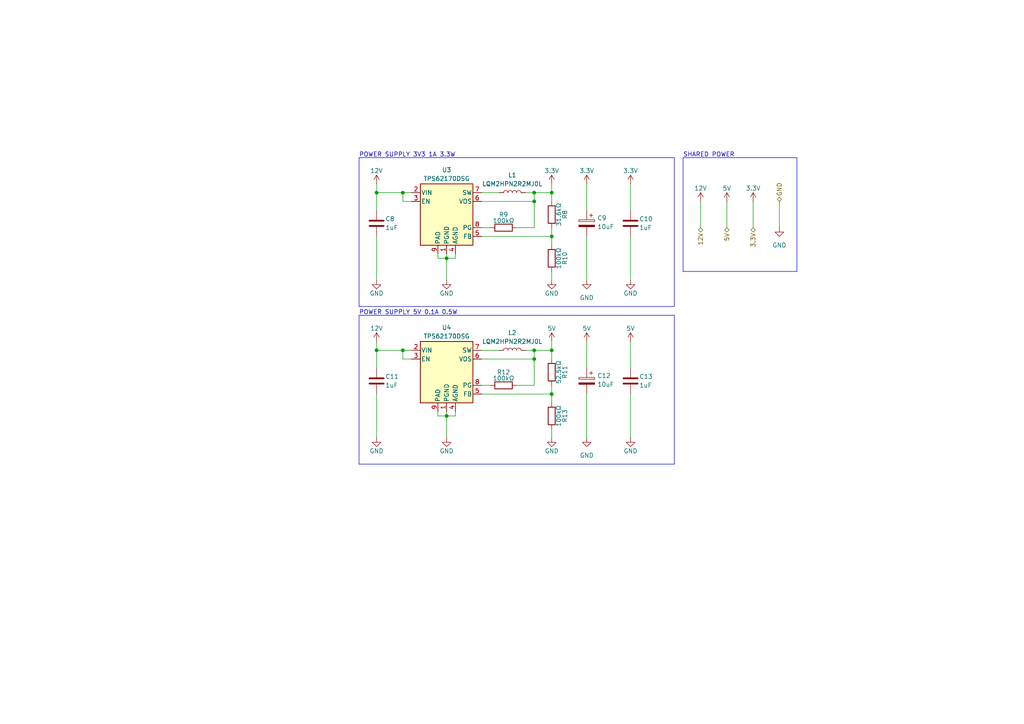
<source format=kicad_sch>
(kicad_sch (version 20250114) (generator "eeschema") (generator_version "9.0")
  (paper "A4")
  (lib_symbols
    (symbol "Device:C" (pin_numbers (hide yes)) (pin_names (offset 0.254))
      (property "Reference" "C" (at 0.635 2.54 0))
      (property "Value" "C" (at 0.635 -2.54 0))
      (symbol "C_0_1"
        (polyline (pts (xy -2.032 0.762) (xy 2.032 0.762)) (stroke (width 0.508)))
        (polyline (pts (xy -2.032 -0.762) (xy 2.032 -0.762)) (stroke (width 0.508)))
      )
      (symbol "C_1_1"
        (pin passive line (at 0 3.81 270) (length 2.794) (name "~") (number "1"))
        (pin passive line (at 0 -3.81 90) (length 2.794) (name "~") (number "2"))
      )
    )
    (symbol "Device:C_Polarized" (pin_numbers (hide yes)) (pin_names (offset 0.254))
      (property "Reference" "C" (at 0.635 2.54 0))
      (property "Value" "C_Polarized" (at 0.635 -2.54 0))
      (symbol "C_Polarized_0_1"
        (rectangle (start -2.286 0.508) (end 2.286 1.016))
        (polyline (pts (xy -1.778 2.286) (xy -0.762 2.286)))
        (polyline (pts (xy -1.27 2.794) (xy -1.27 1.778)))
        (rectangle (start 2.286 -0.508) (end -2.286 -1.016) (fill (type outline)))
      )
      (symbol "C_Polarized_1_1"
        (pin passive line (at 0 3.81 270) (length 2.794) (name "~") (number "1"))
        (pin passive line (at 0 -3.81 90) (length 2.794) (name "~") (number "2"))
      )
    )
    (symbol "Device:L" (pin_numbers (hide yes)) (pin_names (offset 1.016) (hide yes))
      (property "Reference" "L" (at -1.27 0 90))
      (property "Value" "L" (at 1.905 0 90))
      (symbol "L_0_1"
        (arc (start 0 2.54) (mid 0.6323 1.905) (end 0 1.27))
        (arc (start 0 1.27) (mid 0.6323 0.635) (end 0 0))
        (arc (start 0 0) (mid 0.6323 -0.635) (end 0 -1.27))
        (arc (start 0 -1.27) (mid 0.6323 -1.905) (end 0 -2.54))
      )
      (symbol "L_1_1"
        (pin passive line (at 0 3.81 270) (length 1.27) (name "1") (number "1"))
        (pin passive line (at 0 -3.81 90) (length 1.27) (name "2") (number "2"))
      )
    )
    (symbol "Device:R" (pin_numbers (hide yes)) (pin_names (offset 0))
      (property "Reference" "R" (at 2.032 0 90))
      (property "Value" "R" (at 0 0 90))
      (symbol "R_0_1"
        (rectangle (start -1.016 -2.54) (end 1.016 2.54) (stroke (width 0.254)))
      )
      (symbol "R_1_1"
        (pin passive line (at 0 3.81 270) (length 1.27) (name "~") (number "1"))
        (pin passive line (at 0 -3.81 90) (length 1.27) (name "~") (number "2"))
      )
    )
    (symbol "Regulator_Switching:TPS62170DSG" (pin_names (offset 0.254))
      (property "Reference" "U" (at -7.62 11.43 0))
      (property "Value" "TPS62170DSG" (at -1.27 11.43 0))
      (symbol "TPS62170DSG_0_1"
        (rectangle (start -7.62 10.16) (end 7.62 -7.62) (stroke (width 0.254)) (fill (type background)))
      )
      (symbol "TPS62170DSG_1_1"
        (pin power_in line (at -10.16 7.62 0) (length 2.54) (name "VIN") (number "2"))
        (pin input line (at -10.16 5.08 0) (length 2.54) (name "EN") (number "3"))
        (pin power_in line (at -2.54 -10.16 90) (length 2.54) (name "PAD") (number "9"))
        (pin power_in line (at 0 -10.16 90) (length 2.54) (name "PGND") (number "1"))
        (pin power_in line (at 2.54 -10.16 90) (length 2.54) (name "AGND") (number "4"))
        (pin output line (at 10.16 7.62 180) (length 2.54) (name "SW") (number "7"))
        (pin input line (at 10.16 5.08 180) (length 2.54) (name "VOS") (number "6"))
        (pin open_collector line (at 10.16 -2.54 180) (length 2.54) (name "PG") (number "8"))
        (pin input line (at 10.16 -5.08 180) (length 2.54) (name "FB") (number "5"))
      )
    )
    (symbol "power:GND" (power) (pin_numbers (hide yes)) (pin_names (offset 0) (hide yes))
      (property "Value" "GND" (at 0 -3.81 0))
      (symbol "GND_0_1"
        (polyline (pts (xy 0 0) (xy 0 -1.27) (xy 1.27 -1.27) (xy 0 -2.54) (xy -1.27 -1.27) (xy 0 -1.27)))
      )
      (symbol "GND_1_1"
        (pin power_in line (at 0 0 270) (length 0) (name "~") (number "1"))
      )
    )
    (symbol "power:VCC" (power) (pin_numbers (hide yes)) (pin_names (offset 0) (hide yes))
      (property "Value" "VCC" (at 0 3.556 0))
      (symbol "VCC_0_1"
        (polyline (pts (xy -0.762 1.27) (xy 0 2.54)))
        (polyline (pts (xy 0 2.54) (xy 0.762 1.27)))
        (polyline (pts (xy 0 0) (xy 0 2.54)))
      )
      (symbol "VCC_1_1"
        (pin power_in line (at 0 0 90) (length 0) (name "~") (number "1"))
      )
    )
  )
  (text "SHARED POWER" (at 198.12 45.72 0) (effects (font (size 1.27 1.27)) (justify left bottom)))
  (text "POWER SUPPLY 5V 0.1A 0.5W" (at 104.14 91.44 0) (effects (font (size 1.27 1.27)) (justify left bottom)))
  (text "POWER SUPPLY 3V3 1A 3.3W" (at 104.14 45.72 0) (effects (font (size 1.27 1.27)) (justify left bottom)))
  (junction (at 160.02 114.3))
  (junction (at 160.02 55.88))
  (junction (at 116.84 55.88))
  (junction (at 109.22 101.6))
  (junction (at 129.54 120.65))
  (junction (at 154.94 104.14))
  (junction (at 160.02 101.6))
  (junction (at 160.02 68.58))
  (junction (at 116.84 101.6))
  (junction (at 154.94 55.88))
  (junction (at 154.94 101.6))
  (junction (at 154.94 58.42))
  (junction (at 109.22 55.88))
  (junction (at 129.54 74.93))
  (wire (pts (xy 160.02 99.06) (xy 160.02 101.6)))
  (wire (pts (xy 116.84 55.88) (xy 119.38 55.88)))
  (wire (pts (xy 139.7 114.3) (xy 160.02 114.3)))
  (wire (pts (xy 139.7 66.04) (xy 142.24 66.04)))
  (wire (pts (xy 182.88 68.58) (xy 182.88 81.28)))
  (wire (pts (xy 127 119.38) (xy 127 120.65)))
  (wire (pts (xy 129.54 119.38) (xy 129.54 120.65)))
  (wire (pts (xy 109.22 55.88) (xy 116.84 55.88)))
  (wire (pts (xy 116.84 58.42) (xy 116.84 55.88)))
  (wire (pts (xy 154.94 58.42) (xy 154.94 55.88)))
  (wire (pts (xy 182.88 114.3) (xy 182.88 127)))
  (wire (pts (xy 154.94 55.88) (xy 160.02 55.88)))
  (polyline (pts (xy 198.12 45.72) (xy 198.12 78.74)))
  (polyline (pts (xy 104.14 88.9) (xy 104.14 45.72)))
  (wire (pts (xy 218.44 58.42) (xy 218.44 66.04)))
  (wire (pts (xy 160.02 68.58) (xy 160.02 66.04)))
  (wire (pts (xy 129.54 120.65) (xy 129.54 127)))
  (wire (pts (xy 132.08 74.93) (xy 129.54 74.93)))
  (polyline (pts (xy 231.14 78.74) (xy 231.14 45.72)))
  (wire (pts (xy 109.22 99.06) (xy 109.22 101.6)))
  (polyline (pts (xy 195.58 91.44) (xy 104.14 91.44)))
  (wire (pts (xy 132.08 73.66) (xy 132.08 74.93)))
  (wire (pts (xy 182.88 99.06) (xy 182.88 106.68)))
  (wire (pts (xy 116.84 101.6) (xy 119.38 101.6)))
  (wire (pts (xy 139.7 111.76) (xy 142.24 111.76)))
  (wire (pts (xy 154.94 104.14) (xy 154.94 111.76)))
  (wire (pts (xy 139.7 55.88) (xy 144.78 55.88)))
  (wire (pts (xy 160.02 101.6) (xy 160.02 104.14)))
  (wire (pts (xy 127 120.65) (xy 129.54 120.65)))
  (wire (pts (xy 152.4 55.88) (xy 154.94 55.88)))
  (wire (pts (xy 149.86 66.04) (xy 154.94 66.04)))
  (wire (pts (xy 160.02 81.28) (xy 160.02 78.74)))
  (wire (pts (xy 170.18 53.34) (xy 170.18 60.96)))
  (wire (pts (xy 109.22 68.58) (xy 109.22 81.28)))
  (wire (pts (xy 170.18 114.3) (xy 170.18 127)))
  (wire (pts (xy 109.22 55.88) (xy 109.22 60.96)))
  (polyline (pts (xy 195.58 91.44) (xy 195.58 134.62)))
  (wire (pts (xy 109.22 114.3) (xy 109.22 127)))
  (polyline (pts (xy 104.14 134.62) (xy 195.58 134.62)))
  (wire (pts (xy 226.06 58.42) (xy 226.06 66.04)))
  (wire (pts (xy 160.02 114.3) (xy 160.02 116.84)))
  (wire (pts (xy 203.2 58.42) (xy 203.2 66.04)))
  (wire (pts (xy 119.38 58.42) (xy 116.84 58.42)))
  (wire (pts (xy 182.88 53.34) (xy 182.88 60.96)))
  (wire (pts (xy 132.08 119.38) (xy 132.08 120.65)))
  (wire (pts (xy 210.82 58.42) (xy 210.82 66.04)))
  (wire (pts (xy 154.94 104.14) (xy 154.94 101.6)))
  (wire (pts (xy 139.7 58.42) (xy 154.94 58.42)))
  (wire (pts (xy 160.02 127) (xy 160.02 124.46)))
  (polyline (pts (xy 198.12 45.72) (xy 231.14 45.72)))
  (wire (pts (xy 149.86 111.76) (xy 154.94 111.76)))
  (wire (pts (xy 132.08 120.65) (xy 129.54 120.65)))
  (wire (pts (xy 116.84 104.14) (xy 116.84 101.6)))
  (wire (pts (xy 127 74.93) (xy 129.54 74.93)))
  (wire (pts (xy 170.18 99.06) (xy 170.18 106.68)))
  (wire (pts (xy 129.54 74.93) (xy 129.54 81.28)))
  (polyline (pts (xy 231.14 78.74) (xy 198.12 78.74)))
  (wire (pts (xy 154.94 58.42) (xy 154.94 66.04)))
  (wire (pts (xy 139.7 68.58) (xy 160.02 68.58)))
  (wire (pts (xy 109.22 101.6) (xy 116.84 101.6)))
  (wire (pts (xy 139.7 104.14) (xy 154.94 104.14)))
  (polyline (pts (xy 104.14 88.9) (xy 195.58 88.9)))
  (wire (pts (xy 109.22 53.34) (xy 109.22 55.88)))
  (wire (pts (xy 129.54 73.66) (xy 129.54 74.93)))
  (polyline (pts (xy 104.14 134.62) (xy 104.14 91.44)))
  (wire (pts (xy 160.02 114.3) (xy 160.02 111.76)))
  (wire (pts (xy 127 73.66) (xy 127 74.93)))
  (wire (pts (xy 119.38 104.14) (xy 116.84 104.14)))
  (polyline (pts (xy 195.58 45.72) (xy 104.14 45.72)))
  (wire (pts (xy 152.4 101.6) (xy 154.94 101.6)))
  (wire (pts (xy 139.7 101.6) (xy 144.78 101.6)))
  (wire (pts (xy 109.22 101.6) (xy 109.22 106.68)))
  (wire (pts (xy 160.02 68.58) (xy 160.02 71.12)))
  (polyline (pts (xy 195.58 45.72) (xy 195.58 88.9)))
  (wire (pts (xy 160.02 55.88) (xy 160.02 58.42)))
  (wire (pts (xy 154.94 101.6) (xy 160.02 101.6)))
  (wire (pts (xy 160.02 53.34) (xy 160.02 55.88)))
  (wire (pts (xy 170.18 68.58) (xy 170.18 81.28)))
  (hierarchical_label "3.3V" (shape bidirectional) (at 218.44 66.04 270))
  (hierarchical_label "5V" (shape bidirectional) (at 210.82 66.04 270))
  (hierarchical_label "12V" (shape bidirectional) (at 203.2 66.04 270))
  (hierarchical_label "GND" (shape bidirectional) (at 226.06 58.42 90))
  (symbol (lib_id "Device:C") (at 182.88 64.77 0) (unit 1)
    (property "Reference" "C10" (at 185.42 63.5 0) (effects (justify left)))
    (property "Value" "1uF" (at 185.42 66.04 0) (effects (justify left)))
    (property "Footprint" "Capacitor_SMD:C_0805_2012Metric" (effects (hide yes)))
    (property "Description" "Unpolarized capacitor" (effects (hide yes)))
  )
  (symbol (lib_id "power:GND") (at 170.18 127 0) (unit 1)
    (property "Reference" "#PWR076" (effects (hide yes)))
    (property "Value" "GND" (at 170.18 132.08 0))
    (property "Description" "Power symbol creates a global label with name \"GND\" , ground" (effects (hide yes)))
  )
  (symbol (lib_id "Device:R") (at 146.05 111.76 90) (unit 1)
    (property "Reference" "R12" (at 146.05 107.95 90))
    (property "Value" "100kΩ" (at 146.05 109.728 90))
    (property "Footprint" "Resistor_SMD:R_0805_2012Metric" (effects (hide yes)))
    (property "Description" "Resistor" (effects (hide yes)))
  )
  (symbol (lib_id "power:GND") (at 129.54 127 0) (unit 1)
    (property "Reference" "#PWR074" (effects (hide yes)))
    (property "Value" "GND" (at 129.54 130.81 0))
    (property "Description" "Power symbol creates a global label with name \"GND\" , ground" (effects (hide yes)))
  )
  (symbol (lib_id "power:VCC") (at 109.22 53.34 0) (unit 1)
    (property "Reference" "#PWR056" (effects (hide yes)))
    (property "Value" "12V" (at 109.22 49.53 0))
    (property "Description" "Power symbol creates a global label with name \"VCC\"" (effects (hide yes)))
  )
  (symbol (lib_id "Device:C_Polarized") (at 170.18 110.49 0) (mirror y) (unit 1)
    (property "Reference" "C12" (at 173.228 108.966 0) (effects (justify right)))
    (property "Value" "10uF" (at 173.228 111.506 0) (effects (justify right)))
    (property "Footprint" "Capacitor_SMD:CP_Elec_4x5.4" (effects (hide yes)))
    (property "Description" "Polarized capacitor" (effects (hide yes)))
  )
  (symbol (lib_id "power:GND") (at 109.22 81.28 0) (unit 1)
    (property "Reference" "#PWR064" (effects (hide yes)))
    (property "Value" "GND" (at 109.22 85.09 0))
    (property "Description" "Power symbol creates a global label with name \"GND\" , ground" (effects (hide yes)))
  )
  (symbol (lib_id "power:VCC") (at 210.82 58.42 0) (unit 1)
    (property "Reference" "#PWR061" (effects (hide yes)))
    (property "Value" "5V" (at 210.82 54.61 0))
    (property "Description" "Power symbol creates a global label with name \"VCC\"" (effects (hide yes)))
  )
  (symbol (lib_id "Device:C") (at 182.88 110.49 0) (unit 1)
    (property "Reference" "C13" (at 185.42 109.22 0) (effects (justify left)))
    (property "Value" "1uF" (at 185.42 111.76 0) (effects (justify left)))
    (property "Footprint" "Capacitor_SMD:C_0805_2012Metric" (effects (hide yes)))
    (property "Description" "Unpolarized capacitor" (effects (hide yes)))
  )
  (symbol (lib_id "power:VCC") (at 160.02 53.34 0) (unit 1)
    (property "Reference" "#PWR057" (effects (hide yes)))
    (property "Value" "3.3V" (at 160.02 49.53 0))
    (property "Description" "Power symbol creates a global label with name \"VCC\"" (effects (hide yes)))
  )
  (symbol (lib_id "Device:C_Polarized") (at 170.18 64.77 0) (mirror y) (unit 1)
    (property "Reference" "C9" (at 173.228 63.246 0) (effects (justify right)))
    (property "Value" "10uF" (at 173.228 65.786 0) (effects (justify right)))
    (property "Footprint" "Capacitor_SMD:CP_Elec_4x5.4" (effects (hide yes)))
    (property "Description" "Polarized capacitor" (effects (hide yes)))
  )
  (symbol (lib_id "power:VCC") (at 218.44 58.42 0) (unit 1)
    (property "Reference" "#PWR062" (effects (hide yes)))
    (property "Value" "3.3V" (at 218.44 54.61 0))
    (property "Description" "Power symbol creates a global label with name \"VCC\"" (effects (hide yes)))
  )
  (symbol (lib_id "Device:C") (at 109.22 64.77 0) (unit 1)
    (property "Reference" "C8" (at 111.76 63.5 0) (effects (justify left)))
    (property "Value" "1uF" (at 111.76 66.04 0) (effects (justify left)))
    (property "Footprint" "Capacitor_SMD:C_0805_2012Metric" (effects (hide yes)))
    (property "Description" "Unpolarized capacitor" (effects (hide yes)))
  )
  (symbol (lib_id "Device:C") (at 109.22 110.49 0) (unit 1)
    (property "Reference" "C11" (at 111.76 109.22 0) (effects (justify left)))
    (property "Value" "1uF" (at 111.76 111.76 0) (effects (justify left)))
    (property "Footprint" "Capacitor_SMD:C_0805_2012Metric" (effects (hide yes)))
    (property "Description" "Unpolarized capacitor" (effects (hide yes)))
  )
  (symbol (lib_id "power:VCC") (at 109.22 99.06 0) (unit 1)
    (property "Reference" "#PWR069" (effects (hide yes)))
    (property "Value" "12V" (at 109.22 95.25 0))
    (property "Description" "Power symbol creates a global label with name \"VCC\"" (effects (hide yes)))
  )
  (symbol (lib_id "Regulator_Switching:TPS62170DSG") (at 129.54 63.5 0) (unit 1)
    (property "Reference" "U3" (at 129.54 49.276 0))
    (property "Value" "TPS62170DSG" (at 129.54 51.816 0))
    (property "Footprint" "Package_SON:WSON-8-1EP_2x2mm_P0.5mm_EP0.9x1.6mm" (effects (hide yes)))
  )
  (symbol (lib_id "power:VCC") (at 182.88 53.34 0) (unit 1)
    (property "Reference" "#PWR059" (effects (hide yes)))
    (property "Value" "3.3V" (at 182.88 49.53 0))
    (property "Description" "Power symbol creates a global label with name \"VCC\"" (effects (hide yes)))
  )
  (symbol (lib_id "power:VCC") (at 170.18 53.34 0) (unit 1)
    (property "Reference" "#PWR058" (effects (hide yes)))
    (property "Value" "3.3V" (at 170.18 49.53 0))
    (property "Description" "Power symbol creates a global label with name \"VCC\"" (effects (hide yes)))
  )
  (symbol (lib_id "Device:L") (at 148.59 55.88 90) (unit 1)
    (property "Reference" "L1" (at 148.59 50.8 90))
    (property "Value" "LQM2HPN2R2MJ0L" (at 148.59 53.34 90))
    (property "Footprint" "Inductor_SMD:L_1008_2520Metric" (effects (hide yes)))
    (property "Description" "SRP1050WA-470M" (effects (hide yes)))
  )
  (symbol (lib_id "power:GND") (at 226.06 66.04 0) (mirror y) (unit 1)
    (property "Reference" "#PWR063" (effects (hide yes)))
    (property "Value" "GND" (at 226.06 71.12 0))
    (property "Description" "Power symbol creates a global label with name \"GND\" , ground" (effects (hide yes)))
  )
  (symbol (lib_id "power:GND") (at 109.22 127 0) (unit 1)
    (property "Reference" "#PWR073" (effects (hide yes)))
    (property "Value" "GND" (at 109.22 130.81 0))
    (property "Description" "Power symbol creates a global label with name \"GND\" , ground" (effects (hide yes)))
  )
  (symbol (lib_id "power:GND") (at 182.88 127 0) (unit 1)
    (property "Reference" "#PWR077" (effects (hide yes)))
    (property "Value" "GND" (at 182.88 130.81 0))
    (property "Description" "Power symbol creates a global label with name \"GND\" , ground" (effects (hide yes)))
  )
  (symbol (lib_id "Device:L") (at 148.59 101.6 90) (unit 1)
    (property "Reference" "L2" (at 148.59 96.52 90))
    (property "Value" "LQM2HPN2R2MJ0L" (at 148.59 99.06 90))
    (property "Footprint" "Inductor_SMD:L_1008_2520Metric" (effects (hide yes)))
    (property "Description" "SRP1050WA-470M" (effects (hide yes)))
  )
  (symbol (lib_id "power:GND") (at 182.88 81.28 0) (unit 1)
    (property "Reference" "#PWR068" (effects (hide yes)))
    (property "Value" "GND" (at 182.88 85.09 0))
    (property "Description" "Power symbol creates a global label with name \"GND\" , ground" (effects (hide yes)))
  )
  (symbol (lib_id "power:VCC") (at 160.02 99.06 0) (unit 1)
    (property "Reference" "#PWR070" (effects (hide yes)))
    (property "Value" "5V" (at 160.02 95.25 0))
    (property "Description" "Power symbol creates a global label with name \"VCC\"" (effects (hide yes)))
  )
  (symbol (lib_id "Device:R") (at 160.02 120.65 0) (unit 1)
    (property "Reference" "R13" (at 163.83 120.65 90))
    (property "Value" "100kΩ" (at 162.052 120.65 90))
    (property "Footprint" "Resistor_SMD:R_0805_2012Metric" (effects (hide yes)))
    (property "Description" "Resistor" (effects (hide yes)))
  )
  (symbol (lib_id "power:GND") (at 170.18 81.28 0) (unit 1)
    (property "Reference" "#PWR067" (effects (hide yes)))
    (property "Value" "GND" (at 170.18 86.36 0))
    (property "Description" "Power symbol creates a global label with name \"GND\" , ground" (effects (hide yes)))
  )
  (symbol (lib_id "Device:R") (at 160.02 62.23 0) (unit 1)
    (property "Reference" "R8" (at 163.83 62.23 90))
    (property "Value" "31.6kΩ" (at 162.052 62.23 90))
    (property "Footprint" "Resistor_SMD:R_0805_2012Metric" (effects (hide yes)))
    (property "Description" "Resistor" (effects (hide yes)))
  )
  (symbol (lib_id "Device:R") (at 146.05 66.04 90) (unit 1)
    (property "Reference" "R9" (at 146.05 62.23 90))
    (property "Value" "100kΩ" (at 146.05 64.008 90))
    (property "Footprint" "Resistor_SMD:R_0805_2012Metric" (effects (hide yes)))
    (property "Description" "Resistor" (effects (hide yes)))
  )
  (symbol (lib_id "power:VCC") (at 182.88 99.06 0) (unit 1)
    (property "Reference" "#PWR072" (effects (hide yes)))
    (property "Value" "5V" (at 182.88 95.25 0))
    (property "Description" "Power symbol creates a global label with name \"VCC\"" (effects (hide yes)))
  )
  (symbol (lib_id "Device:R") (at 160.02 74.93 0) (unit 1)
    (property "Reference" "R10" (at 163.83 74.93 90))
    (property "Value" "100kΩ" (at 162.052 74.93 90))
    (property "Footprint" "Resistor_SMD:R_0805_2012Metric" (effects (hide yes)))
    (property "Description" "Resistor" (effects (hide yes)))
  )
  (symbol (lib_id "Device:R") (at 160.02 107.95 0) (unit 1)
    (property "Reference" "R11" (at 163.83 107.95 90))
    (property "Value" "52.5kΩ" (at 162.052 107.95 90))
    (property "Footprint" "Resistor_SMD:R_0805_2012Metric" (effects (hide yes)))
    (property "Description" "Resistor" (effects (hide yes)))
  )
  (symbol (lib_id "Regulator_Switching:TPS62170DSG") (at 129.54 109.22 0) (unit 1)
    (property "Reference" "U4" (at 129.54 94.996 0))
    (property "Value" "TPS62170DSG" (at 129.54 97.536 0))
    (property "Footprint" "Package_SON:WSON-8-1EP_2x2mm_P0.5mm_EP0.9x1.6mm" (effects (hide yes)))
  )
  (symbol (lib_id "power:GND") (at 129.54 81.28 0) (unit 1)
    (property "Reference" "#PWR065" (effects (hide yes)))
    (property "Value" "GND" (at 129.54 85.09 0))
    (property "Description" "Power symbol creates a global label with name \"GND\" , ground" (effects (hide yes)))
  )
  (symbol (lib_id "power:GND") (at 160.02 81.28 0) (unit 1)
    (property "Reference" "#PWR066" (effects (hide yes)))
    (property "Value" "GND" (at 160.02 85.09 0))
    (property "Description" "Power symbol creates a global label with name \"GND\" , ground" (effects (hide yes)))
  )
  (symbol (lib_id "power:VCC") (at 170.18 99.06 0) (unit 1)
    (property "Reference" "#PWR071" (effects (hide yes)))
    (property "Value" "5V" (at 170.18 95.25 0))
    (property "Description" "Power symbol creates a global label with name \"VCC\"" (effects (hide yes)))
  )
  (symbol (lib_id "power:GND") (at 160.02 127 0) (unit 1)
    (property "Reference" "#PWR075" (effects (hide yes)))
    (property "Value" "GND" (at 160.02 130.81 0))
    (property "Description" "Power symbol creates a global label with name \"GND\" , ground" (effects (hide yes)))
  )
  (symbol (lib_id "power:VCC") (at 203.2 58.42 0) (unit 1)
    (property "Reference" "#PWR060" (effects (hide yes)))
    (property "Value" "12V" (at 203.2 54.61 0))
    (property "Description" "Power symbol creates a global label with name \"VCC\"" (effects (hide yes)))
  )
)
</source>
